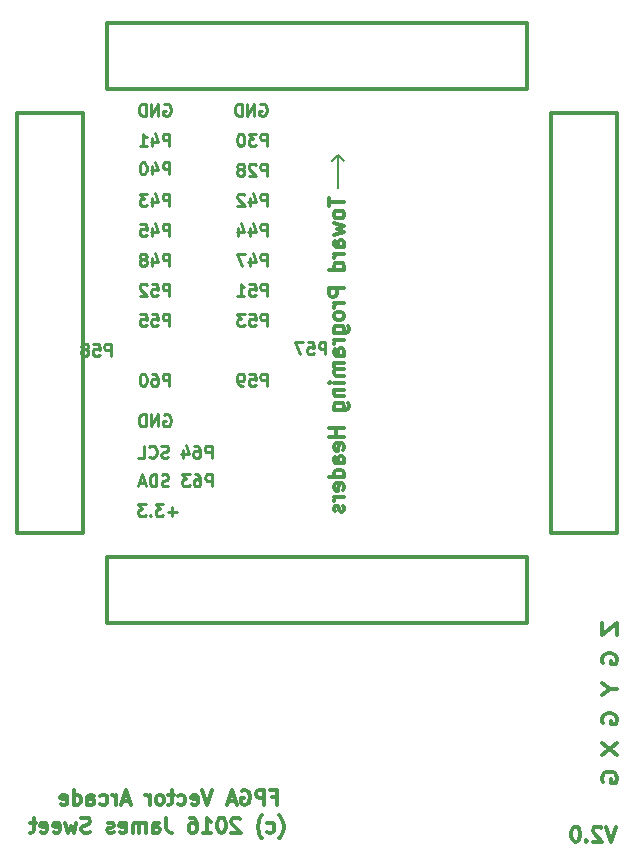
<source format=gbo>
G04 (created by PCBNEW (2013-07-07 BZR 4022)-stable) date 7/4/2017 7:52:43 PM*
%MOIN*%
G04 Gerber Fmt 3.4, Leading zero omitted, Abs format*
%FSLAX34Y34*%
G01*
G70*
G90*
G04 APERTURE LIST*
%ADD10C,0.00590551*%
%ADD11C,0.011811*%
%ADD12C,0.01*%
%ADD13C,0.0125*%
%ADD14C,0.00787402*%
%ADD15C,0.012*%
G04 APERTURE END LIST*
G54D10*
G54D11*
X67261Y-51202D02*
X67095Y-51702D01*
X66928Y-51202D01*
X66785Y-51250D02*
X66761Y-51226D01*
X66714Y-51202D01*
X66595Y-51202D01*
X66547Y-51226D01*
X66523Y-51250D01*
X66500Y-51297D01*
X66500Y-51345D01*
X66523Y-51416D01*
X66809Y-51702D01*
X66500Y-51702D01*
X66285Y-51654D02*
X66261Y-51678D01*
X66285Y-51702D01*
X66309Y-51678D01*
X66285Y-51654D01*
X66285Y-51702D01*
X65952Y-51202D02*
X65904Y-51202D01*
X65857Y-51226D01*
X65833Y-51250D01*
X65809Y-51297D01*
X65785Y-51392D01*
X65785Y-51511D01*
X65809Y-51607D01*
X65833Y-51654D01*
X65857Y-51678D01*
X65904Y-51702D01*
X65952Y-51702D01*
X66000Y-51678D01*
X66023Y-51654D01*
X66047Y-51607D01*
X66071Y-51511D01*
X66071Y-51392D01*
X66047Y-51297D01*
X66023Y-51250D01*
X66000Y-51226D01*
X65952Y-51202D01*
G54D12*
X55635Y-31511D02*
X55635Y-31111D01*
X55483Y-31111D01*
X55445Y-31130D01*
X55426Y-31150D01*
X55407Y-31188D01*
X55407Y-31245D01*
X55426Y-31283D01*
X55445Y-31302D01*
X55483Y-31321D01*
X55635Y-31321D01*
X55064Y-31245D02*
X55064Y-31511D01*
X55159Y-31092D02*
X55254Y-31378D01*
X55007Y-31378D01*
X54683Y-31245D02*
X54683Y-31511D01*
X54778Y-31092D02*
X54873Y-31378D01*
X54626Y-31378D01*
X55635Y-29511D02*
X55635Y-29111D01*
X55483Y-29111D01*
X55445Y-29130D01*
X55426Y-29150D01*
X55407Y-29188D01*
X55407Y-29245D01*
X55426Y-29283D01*
X55445Y-29302D01*
X55483Y-29321D01*
X55635Y-29321D01*
X55254Y-29150D02*
X55235Y-29130D01*
X55197Y-29111D01*
X55102Y-29111D01*
X55064Y-29130D01*
X55045Y-29150D01*
X55026Y-29188D01*
X55026Y-29226D01*
X55045Y-29283D01*
X55273Y-29511D01*
X55026Y-29511D01*
X54797Y-29283D02*
X54835Y-29264D01*
X54854Y-29245D01*
X54873Y-29207D01*
X54873Y-29188D01*
X54854Y-29150D01*
X54835Y-29130D01*
X54797Y-29111D01*
X54721Y-29111D01*
X54683Y-29130D01*
X54664Y-29150D01*
X54645Y-29188D01*
X54645Y-29207D01*
X54664Y-29245D01*
X54683Y-29264D01*
X54721Y-29283D01*
X54797Y-29283D01*
X54835Y-29302D01*
X54854Y-29321D01*
X54873Y-29359D01*
X54873Y-29435D01*
X54854Y-29473D01*
X54835Y-29492D01*
X54797Y-29511D01*
X54721Y-29511D01*
X54683Y-29492D01*
X54664Y-29473D01*
X54645Y-29435D01*
X54645Y-29359D01*
X54664Y-29321D01*
X54683Y-29302D01*
X54721Y-29283D01*
X52204Y-27130D02*
X52242Y-27111D01*
X52300Y-27111D01*
X52357Y-27130D01*
X52395Y-27169D01*
X52414Y-27207D01*
X52433Y-27283D01*
X52433Y-27340D01*
X52414Y-27416D01*
X52395Y-27454D01*
X52357Y-27492D01*
X52300Y-27511D01*
X52261Y-27511D01*
X52204Y-27492D01*
X52185Y-27473D01*
X52185Y-27340D01*
X52261Y-27340D01*
X52014Y-27511D02*
X52014Y-27111D01*
X51785Y-27511D01*
X51785Y-27111D01*
X51595Y-27511D02*
X51595Y-27111D01*
X51499Y-27111D01*
X51442Y-27130D01*
X51404Y-27169D01*
X51385Y-27207D01*
X51366Y-27283D01*
X51366Y-27340D01*
X51385Y-27416D01*
X51404Y-27454D01*
X51442Y-27492D01*
X51499Y-27511D01*
X51595Y-27511D01*
X55404Y-27130D02*
X55442Y-27111D01*
X55500Y-27111D01*
X55557Y-27130D01*
X55595Y-27169D01*
X55614Y-27207D01*
X55633Y-27283D01*
X55633Y-27340D01*
X55614Y-27416D01*
X55595Y-27454D01*
X55557Y-27492D01*
X55500Y-27511D01*
X55461Y-27511D01*
X55404Y-27492D01*
X55385Y-27473D01*
X55385Y-27340D01*
X55461Y-27340D01*
X55214Y-27511D02*
X55214Y-27111D01*
X54985Y-27511D01*
X54985Y-27111D01*
X54795Y-27511D02*
X54795Y-27111D01*
X54699Y-27111D01*
X54642Y-27130D01*
X54604Y-27169D01*
X54585Y-27207D01*
X54566Y-27283D01*
X54566Y-27340D01*
X54585Y-27416D01*
X54604Y-27454D01*
X54642Y-27492D01*
X54699Y-27511D01*
X54795Y-27511D01*
X57585Y-35461D02*
X57585Y-35061D01*
X57433Y-35061D01*
X57395Y-35080D01*
X57376Y-35100D01*
X57357Y-35138D01*
X57357Y-35195D01*
X57376Y-35233D01*
X57395Y-35252D01*
X57433Y-35271D01*
X57585Y-35271D01*
X56995Y-35061D02*
X57185Y-35061D01*
X57204Y-35252D01*
X57185Y-35233D01*
X57147Y-35214D01*
X57052Y-35214D01*
X57014Y-35233D01*
X56995Y-35252D01*
X56976Y-35290D01*
X56976Y-35385D01*
X56995Y-35423D01*
X57014Y-35442D01*
X57052Y-35461D01*
X57147Y-35461D01*
X57185Y-35442D01*
X57204Y-35423D01*
X56842Y-35061D02*
X56576Y-35061D01*
X56747Y-35461D01*
X55635Y-34511D02*
X55635Y-34111D01*
X55483Y-34111D01*
X55445Y-34130D01*
X55426Y-34150D01*
X55407Y-34188D01*
X55407Y-34245D01*
X55426Y-34283D01*
X55445Y-34302D01*
X55483Y-34321D01*
X55635Y-34321D01*
X55045Y-34111D02*
X55235Y-34111D01*
X55254Y-34302D01*
X55235Y-34283D01*
X55197Y-34264D01*
X55102Y-34264D01*
X55064Y-34283D01*
X55045Y-34302D01*
X55026Y-34340D01*
X55026Y-34435D01*
X55045Y-34473D01*
X55064Y-34492D01*
X55102Y-34511D01*
X55197Y-34511D01*
X55235Y-34492D01*
X55254Y-34473D01*
X54892Y-34111D02*
X54645Y-34111D01*
X54778Y-34264D01*
X54721Y-34264D01*
X54683Y-34283D01*
X54664Y-34302D01*
X54645Y-34340D01*
X54645Y-34435D01*
X54664Y-34473D01*
X54683Y-34492D01*
X54721Y-34511D01*
X54835Y-34511D01*
X54873Y-34492D01*
X54892Y-34473D01*
X55635Y-36511D02*
X55635Y-36111D01*
X55483Y-36111D01*
X55445Y-36130D01*
X55426Y-36150D01*
X55407Y-36188D01*
X55407Y-36245D01*
X55426Y-36283D01*
X55445Y-36302D01*
X55483Y-36321D01*
X55635Y-36321D01*
X55045Y-36111D02*
X55235Y-36111D01*
X55254Y-36302D01*
X55235Y-36283D01*
X55197Y-36264D01*
X55102Y-36264D01*
X55064Y-36283D01*
X55045Y-36302D01*
X55026Y-36340D01*
X55026Y-36435D01*
X55045Y-36473D01*
X55064Y-36492D01*
X55102Y-36511D01*
X55197Y-36511D01*
X55235Y-36492D01*
X55254Y-36473D01*
X54835Y-36511D02*
X54759Y-36511D01*
X54721Y-36492D01*
X54702Y-36473D01*
X54664Y-36416D01*
X54645Y-36340D01*
X54645Y-36188D01*
X54664Y-36150D01*
X54683Y-36130D01*
X54721Y-36111D01*
X54797Y-36111D01*
X54835Y-36130D01*
X54854Y-36150D01*
X54873Y-36188D01*
X54873Y-36283D01*
X54854Y-36321D01*
X54835Y-36340D01*
X54797Y-36359D01*
X54721Y-36359D01*
X54683Y-36340D01*
X54664Y-36321D01*
X54645Y-36283D01*
X55635Y-33511D02*
X55635Y-33111D01*
X55483Y-33111D01*
X55445Y-33130D01*
X55426Y-33150D01*
X55407Y-33188D01*
X55407Y-33245D01*
X55426Y-33283D01*
X55445Y-33302D01*
X55483Y-33321D01*
X55635Y-33321D01*
X55045Y-33111D02*
X55235Y-33111D01*
X55254Y-33302D01*
X55235Y-33283D01*
X55197Y-33264D01*
X55102Y-33264D01*
X55064Y-33283D01*
X55045Y-33302D01*
X55026Y-33340D01*
X55026Y-33435D01*
X55045Y-33473D01*
X55064Y-33492D01*
X55102Y-33511D01*
X55197Y-33511D01*
X55235Y-33492D01*
X55254Y-33473D01*
X54645Y-33511D02*
X54873Y-33511D01*
X54759Y-33511D02*
X54759Y-33111D01*
X54797Y-33169D01*
X54835Y-33207D01*
X54873Y-33226D01*
X55635Y-30511D02*
X55635Y-30111D01*
X55483Y-30111D01*
X55445Y-30130D01*
X55426Y-30150D01*
X55407Y-30188D01*
X55407Y-30245D01*
X55426Y-30283D01*
X55445Y-30302D01*
X55483Y-30321D01*
X55635Y-30321D01*
X55064Y-30245D02*
X55064Y-30511D01*
X55159Y-30092D02*
X55254Y-30378D01*
X55007Y-30378D01*
X54873Y-30150D02*
X54854Y-30130D01*
X54816Y-30111D01*
X54721Y-30111D01*
X54683Y-30130D01*
X54664Y-30150D01*
X54645Y-30188D01*
X54645Y-30226D01*
X54664Y-30283D01*
X54892Y-30511D01*
X54645Y-30511D01*
X55635Y-32511D02*
X55635Y-32111D01*
X55483Y-32111D01*
X55445Y-32130D01*
X55426Y-32150D01*
X55407Y-32188D01*
X55407Y-32245D01*
X55426Y-32283D01*
X55445Y-32302D01*
X55483Y-32321D01*
X55635Y-32321D01*
X55064Y-32245D02*
X55064Y-32511D01*
X55159Y-32092D02*
X55254Y-32378D01*
X55007Y-32378D01*
X54892Y-32111D02*
X54626Y-32111D01*
X54797Y-32511D01*
X52385Y-33511D02*
X52385Y-33111D01*
X52233Y-33111D01*
X52195Y-33130D01*
X52176Y-33150D01*
X52157Y-33188D01*
X52157Y-33245D01*
X52176Y-33283D01*
X52195Y-33302D01*
X52233Y-33321D01*
X52385Y-33321D01*
X51795Y-33111D02*
X51985Y-33111D01*
X52004Y-33302D01*
X51985Y-33283D01*
X51947Y-33264D01*
X51852Y-33264D01*
X51814Y-33283D01*
X51795Y-33302D01*
X51776Y-33340D01*
X51776Y-33435D01*
X51795Y-33473D01*
X51814Y-33492D01*
X51852Y-33511D01*
X51947Y-33511D01*
X51985Y-33492D01*
X52004Y-33473D01*
X51623Y-33150D02*
X51604Y-33130D01*
X51566Y-33111D01*
X51471Y-33111D01*
X51433Y-33130D01*
X51414Y-33150D01*
X51395Y-33188D01*
X51395Y-33226D01*
X51414Y-33283D01*
X51642Y-33511D01*
X51395Y-33511D01*
X52385Y-34511D02*
X52385Y-34111D01*
X52233Y-34111D01*
X52195Y-34130D01*
X52176Y-34150D01*
X52157Y-34188D01*
X52157Y-34245D01*
X52176Y-34283D01*
X52195Y-34302D01*
X52233Y-34321D01*
X52385Y-34321D01*
X51795Y-34111D02*
X51985Y-34111D01*
X52004Y-34302D01*
X51985Y-34283D01*
X51947Y-34264D01*
X51852Y-34264D01*
X51814Y-34283D01*
X51795Y-34302D01*
X51776Y-34340D01*
X51776Y-34435D01*
X51795Y-34473D01*
X51814Y-34492D01*
X51852Y-34511D01*
X51947Y-34511D01*
X51985Y-34492D01*
X52004Y-34473D01*
X51414Y-34111D02*
X51604Y-34111D01*
X51623Y-34302D01*
X51604Y-34283D01*
X51566Y-34264D01*
X51471Y-34264D01*
X51433Y-34283D01*
X51414Y-34302D01*
X51395Y-34340D01*
X51395Y-34435D01*
X51414Y-34473D01*
X51433Y-34492D01*
X51471Y-34511D01*
X51566Y-34511D01*
X51604Y-34492D01*
X51623Y-34473D01*
X52385Y-32511D02*
X52385Y-32111D01*
X52233Y-32111D01*
X52195Y-32130D01*
X52176Y-32150D01*
X52157Y-32188D01*
X52157Y-32245D01*
X52176Y-32283D01*
X52195Y-32302D01*
X52233Y-32321D01*
X52385Y-32321D01*
X51814Y-32245D02*
X51814Y-32511D01*
X51909Y-32092D02*
X52004Y-32378D01*
X51757Y-32378D01*
X51547Y-32283D02*
X51585Y-32264D01*
X51604Y-32245D01*
X51623Y-32207D01*
X51623Y-32188D01*
X51604Y-32150D01*
X51585Y-32130D01*
X51547Y-32111D01*
X51471Y-32111D01*
X51433Y-32130D01*
X51414Y-32150D01*
X51395Y-32188D01*
X51395Y-32207D01*
X51414Y-32245D01*
X51433Y-32264D01*
X51471Y-32283D01*
X51547Y-32283D01*
X51585Y-32302D01*
X51604Y-32321D01*
X51623Y-32359D01*
X51623Y-32435D01*
X51604Y-32473D01*
X51585Y-32492D01*
X51547Y-32511D01*
X51471Y-32511D01*
X51433Y-32492D01*
X51414Y-32473D01*
X51395Y-32435D01*
X51395Y-32359D01*
X51414Y-32321D01*
X51433Y-32302D01*
X51471Y-32283D01*
X52385Y-31511D02*
X52385Y-31111D01*
X52233Y-31111D01*
X52195Y-31130D01*
X52176Y-31150D01*
X52157Y-31188D01*
X52157Y-31245D01*
X52176Y-31283D01*
X52195Y-31302D01*
X52233Y-31321D01*
X52385Y-31321D01*
X51814Y-31245D02*
X51814Y-31511D01*
X51909Y-31092D02*
X52004Y-31378D01*
X51757Y-31378D01*
X51414Y-31111D02*
X51604Y-31111D01*
X51623Y-31302D01*
X51604Y-31283D01*
X51566Y-31264D01*
X51471Y-31264D01*
X51433Y-31283D01*
X51414Y-31302D01*
X51395Y-31340D01*
X51395Y-31435D01*
X51414Y-31473D01*
X51433Y-31492D01*
X51471Y-31511D01*
X51566Y-31511D01*
X51604Y-31492D01*
X51623Y-31473D01*
X55635Y-28511D02*
X55635Y-28111D01*
X55483Y-28111D01*
X55445Y-28130D01*
X55426Y-28150D01*
X55407Y-28188D01*
X55407Y-28245D01*
X55426Y-28283D01*
X55445Y-28302D01*
X55483Y-28321D01*
X55635Y-28321D01*
X55273Y-28111D02*
X55026Y-28111D01*
X55159Y-28264D01*
X55102Y-28264D01*
X55064Y-28283D01*
X55045Y-28302D01*
X55026Y-28340D01*
X55026Y-28435D01*
X55045Y-28473D01*
X55064Y-28492D01*
X55102Y-28511D01*
X55216Y-28511D01*
X55254Y-28492D01*
X55273Y-28473D01*
X54778Y-28111D02*
X54740Y-28111D01*
X54702Y-28130D01*
X54683Y-28150D01*
X54664Y-28188D01*
X54645Y-28264D01*
X54645Y-28359D01*
X54664Y-28435D01*
X54683Y-28473D01*
X54702Y-28492D01*
X54740Y-28511D01*
X54778Y-28511D01*
X54816Y-28492D01*
X54835Y-28473D01*
X54854Y-28435D01*
X54873Y-28359D01*
X54873Y-28264D01*
X54854Y-28188D01*
X54835Y-28150D01*
X54816Y-28130D01*
X54778Y-28111D01*
X52385Y-29461D02*
X52385Y-29061D01*
X52233Y-29061D01*
X52195Y-29080D01*
X52176Y-29100D01*
X52157Y-29138D01*
X52157Y-29195D01*
X52176Y-29233D01*
X52195Y-29252D01*
X52233Y-29271D01*
X52385Y-29271D01*
X51814Y-29195D02*
X51814Y-29461D01*
X51909Y-29042D02*
X52004Y-29328D01*
X51757Y-29328D01*
X51528Y-29061D02*
X51490Y-29061D01*
X51452Y-29080D01*
X51433Y-29100D01*
X51414Y-29138D01*
X51395Y-29214D01*
X51395Y-29309D01*
X51414Y-29385D01*
X51433Y-29423D01*
X51452Y-29442D01*
X51490Y-29461D01*
X51528Y-29461D01*
X51566Y-29442D01*
X51585Y-29423D01*
X51604Y-29385D01*
X51623Y-29309D01*
X51623Y-29214D01*
X51604Y-29138D01*
X51585Y-29100D01*
X51566Y-29080D01*
X51528Y-29061D01*
X52385Y-30511D02*
X52385Y-30111D01*
X52233Y-30111D01*
X52195Y-30130D01*
X52176Y-30150D01*
X52157Y-30188D01*
X52157Y-30245D01*
X52176Y-30283D01*
X52195Y-30302D01*
X52233Y-30321D01*
X52385Y-30321D01*
X51814Y-30245D02*
X51814Y-30511D01*
X51909Y-30092D02*
X52004Y-30378D01*
X51757Y-30378D01*
X51642Y-30111D02*
X51395Y-30111D01*
X51528Y-30264D01*
X51471Y-30264D01*
X51433Y-30283D01*
X51414Y-30302D01*
X51395Y-30340D01*
X51395Y-30435D01*
X51414Y-30473D01*
X51433Y-30492D01*
X51471Y-30511D01*
X51585Y-30511D01*
X51623Y-30492D01*
X51642Y-30473D01*
X50435Y-35511D02*
X50435Y-35111D01*
X50283Y-35111D01*
X50245Y-35130D01*
X50226Y-35150D01*
X50207Y-35188D01*
X50207Y-35245D01*
X50226Y-35283D01*
X50245Y-35302D01*
X50283Y-35321D01*
X50435Y-35321D01*
X49845Y-35111D02*
X50035Y-35111D01*
X50054Y-35302D01*
X50035Y-35283D01*
X49997Y-35264D01*
X49902Y-35264D01*
X49864Y-35283D01*
X49845Y-35302D01*
X49826Y-35340D01*
X49826Y-35435D01*
X49845Y-35473D01*
X49864Y-35492D01*
X49902Y-35511D01*
X49997Y-35511D01*
X50035Y-35492D01*
X50054Y-35473D01*
X49597Y-35283D02*
X49635Y-35264D01*
X49654Y-35245D01*
X49673Y-35207D01*
X49673Y-35188D01*
X49654Y-35150D01*
X49635Y-35130D01*
X49597Y-35111D01*
X49521Y-35111D01*
X49483Y-35130D01*
X49464Y-35150D01*
X49445Y-35188D01*
X49445Y-35207D01*
X49464Y-35245D01*
X49483Y-35264D01*
X49521Y-35283D01*
X49597Y-35283D01*
X49635Y-35302D01*
X49654Y-35321D01*
X49673Y-35359D01*
X49673Y-35435D01*
X49654Y-35473D01*
X49635Y-35492D01*
X49597Y-35511D01*
X49521Y-35511D01*
X49483Y-35492D01*
X49464Y-35473D01*
X49445Y-35435D01*
X49445Y-35359D01*
X49464Y-35321D01*
X49483Y-35302D01*
X49521Y-35283D01*
X52385Y-28511D02*
X52385Y-28111D01*
X52233Y-28111D01*
X52195Y-28130D01*
X52176Y-28150D01*
X52157Y-28188D01*
X52157Y-28245D01*
X52176Y-28283D01*
X52195Y-28302D01*
X52233Y-28321D01*
X52385Y-28321D01*
X51814Y-28245D02*
X51814Y-28511D01*
X51909Y-28092D02*
X52004Y-28378D01*
X51757Y-28378D01*
X51395Y-28511D02*
X51623Y-28511D01*
X51509Y-28511D02*
X51509Y-28111D01*
X51547Y-28169D01*
X51585Y-28207D01*
X51623Y-28226D01*
X52385Y-36511D02*
X52385Y-36111D01*
X52233Y-36111D01*
X52195Y-36130D01*
X52176Y-36150D01*
X52157Y-36188D01*
X52157Y-36245D01*
X52176Y-36283D01*
X52195Y-36302D01*
X52233Y-36321D01*
X52385Y-36321D01*
X51814Y-36111D02*
X51890Y-36111D01*
X51928Y-36130D01*
X51947Y-36150D01*
X51985Y-36207D01*
X52004Y-36283D01*
X52004Y-36435D01*
X51985Y-36473D01*
X51966Y-36492D01*
X51928Y-36511D01*
X51852Y-36511D01*
X51814Y-36492D01*
X51795Y-36473D01*
X51776Y-36435D01*
X51776Y-36340D01*
X51795Y-36302D01*
X51814Y-36283D01*
X51852Y-36264D01*
X51928Y-36264D01*
X51966Y-36283D01*
X51985Y-36302D01*
X52004Y-36340D01*
X51528Y-36111D02*
X51490Y-36111D01*
X51452Y-36130D01*
X51433Y-36150D01*
X51414Y-36188D01*
X51395Y-36264D01*
X51395Y-36359D01*
X51414Y-36435D01*
X51433Y-36473D01*
X51452Y-36492D01*
X51490Y-36511D01*
X51528Y-36511D01*
X51566Y-36492D01*
X51585Y-36473D01*
X51604Y-36435D01*
X51623Y-36359D01*
X51623Y-36264D01*
X51604Y-36188D01*
X51585Y-36150D01*
X51566Y-36130D01*
X51528Y-36111D01*
G54D13*
X66826Y-49707D02*
X66802Y-49650D01*
X66802Y-49564D01*
X66826Y-49478D01*
X66873Y-49421D01*
X66921Y-49392D01*
X67016Y-49364D01*
X67088Y-49364D01*
X67183Y-49392D01*
X67230Y-49421D01*
X67278Y-49478D01*
X67302Y-49564D01*
X67302Y-49621D01*
X67278Y-49707D01*
X67254Y-49735D01*
X67088Y-49735D01*
X67088Y-49621D01*
X66826Y-45757D02*
X66802Y-45700D01*
X66802Y-45614D01*
X66826Y-45528D01*
X66873Y-45471D01*
X66921Y-45442D01*
X67016Y-45414D01*
X67088Y-45414D01*
X67183Y-45442D01*
X67230Y-45471D01*
X67278Y-45528D01*
X67302Y-45614D01*
X67302Y-45671D01*
X67278Y-45757D01*
X67254Y-45785D01*
X67088Y-45785D01*
X67088Y-45671D01*
X57702Y-30238D02*
X57702Y-30523D01*
X58202Y-30380D02*
X57702Y-30380D01*
X58202Y-30761D02*
X58178Y-30714D01*
X58154Y-30690D01*
X58107Y-30666D01*
X57964Y-30666D01*
X57916Y-30690D01*
X57892Y-30714D01*
X57869Y-30761D01*
X57869Y-30833D01*
X57892Y-30880D01*
X57916Y-30904D01*
X57964Y-30928D01*
X58107Y-30928D01*
X58154Y-30904D01*
X58178Y-30880D01*
X58202Y-30833D01*
X58202Y-30761D01*
X57869Y-31095D02*
X58202Y-31190D01*
X57964Y-31285D01*
X58202Y-31380D01*
X57869Y-31476D01*
X58202Y-31880D02*
X57940Y-31880D01*
X57892Y-31857D01*
X57869Y-31809D01*
X57869Y-31714D01*
X57892Y-31666D01*
X58178Y-31880D02*
X58202Y-31833D01*
X58202Y-31714D01*
X58178Y-31666D01*
X58130Y-31642D01*
X58083Y-31642D01*
X58035Y-31666D01*
X58011Y-31714D01*
X58011Y-31833D01*
X57988Y-31880D01*
X58202Y-32119D02*
X57869Y-32119D01*
X57964Y-32119D02*
X57916Y-32142D01*
X57892Y-32166D01*
X57869Y-32214D01*
X57869Y-32261D01*
X58202Y-32642D02*
X57702Y-32642D01*
X58178Y-32642D02*
X58202Y-32595D01*
X58202Y-32500D01*
X58178Y-32452D01*
X58154Y-32428D01*
X58107Y-32404D01*
X57964Y-32404D01*
X57916Y-32428D01*
X57892Y-32452D01*
X57869Y-32500D01*
X57869Y-32595D01*
X57892Y-32642D01*
X58202Y-33261D02*
X57702Y-33261D01*
X57702Y-33452D01*
X57726Y-33500D01*
X57750Y-33523D01*
X57797Y-33547D01*
X57869Y-33547D01*
X57916Y-33523D01*
X57940Y-33500D01*
X57964Y-33452D01*
X57964Y-33261D01*
X58202Y-33761D02*
X57869Y-33761D01*
X57964Y-33761D02*
X57916Y-33785D01*
X57892Y-33809D01*
X57869Y-33857D01*
X57869Y-33904D01*
X58202Y-34142D02*
X58178Y-34095D01*
X58154Y-34071D01*
X58107Y-34047D01*
X57964Y-34047D01*
X57916Y-34071D01*
X57892Y-34095D01*
X57869Y-34142D01*
X57869Y-34214D01*
X57892Y-34261D01*
X57916Y-34285D01*
X57964Y-34309D01*
X58107Y-34309D01*
X58154Y-34285D01*
X58178Y-34261D01*
X58202Y-34214D01*
X58202Y-34142D01*
X57869Y-34738D02*
X58273Y-34738D01*
X58321Y-34714D01*
X58345Y-34690D01*
X58369Y-34642D01*
X58369Y-34571D01*
X58345Y-34523D01*
X58178Y-34738D02*
X58202Y-34690D01*
X58202Y-34595D01*
X58178Y-34547D01*
X58154Y-34523D01*
X58107Y-34500D01*
X57964Y-34500D01*
X57916Y-34523D01*
X57892Y-34547D01*
X57869Y-34595D01*
X57869Y-34690D01*
X57892Y-34738D01*
X58202Y-34976D02*
X57869Y-34976D01*
X57964Y-34976D02*
X57916Y-35000D01*
X57892Y-35023D01*
X57869Y-35071D01*
X57869Y-35119D01*
X58202Y-35500D02*
X57940Y-35500D01*
X57892Y-35476D01*
X57869Y-35428D01*
X57869Y-35333D01*
X57892Y-35285D01*
X58178Y-35500D02*
X58202Y-35452D01*
X58202Y-35333D01*
X58178Y-35285D01*
X58130Y-35261D01*
X58083Y-35261D01*
X58035Y-35285D01*
X58011Y-35333D01*
X58011Y-35452D01*
X57988Y-35500D01*
X58202Y-35738D02*
X57869Y-35738D01*
X57916Y-35738D02*
X57892Y-35761D01*
X57869Y-35809D01*
X57869Y-35880D01*
X57892Y-35928D01*
X57940Y-35952D01*
X58202Y-35952D01*
X57940Y-35952D02*
X57892Y-35976D01*
X57869Y-36023D01*
X57869Y-36095D01*
X57892Y-36142D01*
X57940Y-36166D01*
X58202Y-36166D01*
X58202Y-36404D02*
X57869Y-36404D01*
X57702Y-36404D02*
X57726Y-36380D01*
X57750Y-36404D01*
X57726Y-36428D01*
X57702Y-36404D01*
X57750Y-36404D01*
X57869Y-36642D02*
X58202Y-36642D01*
X57916Y-36642D02*
X57892Y-36666D01*
X57869Y-36714D01*
X57869Y-36785D01*
X57892Y-36833D01*
X57940Y-36857D01*
X58202Y-36857D01*
X57869Y-37309D02*
X58273Y-37309D01*
X58321Y-37285D01*
X58345Y-37261D01*
X58369Y-37214D01*
X58369Y-37142D01*
X58345Y-37095D01*
X58178Y-37309D02*
X58202Y-37261D01*
X58202Y-37166D01*
X58178Y-37119D01*
X58154Y-37095D01*
X58107Y-37071D01*
X57964Y-37071D01*
X57916Y-37095D01*
X57892Y-37119D01*
X57869Y-37166D01*
X57869Y-37261D01*
X57892Y-37309D01*
X58202Y-37928D02*
X57702Y-37928D01*
X57940Y-37928D02*
X57940Y-38214D01*
X58202Y-38214D02*
X57702Y-38214D01*
X58178Y-38642D02*
X58202Y-38595D01*
X58202Y-38500D01*
X58178Y-38452D01*
X58130Y-38428D01*
X57940Y-38428D01*
X57892Y-38452D01*
X57869Y-38500D01*
X57869Y-38595D01*
X57892Y-38642D01*
X57940Y-38666D01*
X57988Y-38666D01*
X58035Y-38428D01*
X58202Y-39095D02*
X57940Y-39095D01*
X57892Y-39071D01*
X57869Y-39023D01*
X57869Y-38928D01*
X57892Y-38880D01*
X58178Y-39095D02*
X58202Y-39047D01*
X58202Y-38928D01*
X58178Y-38880D01*
X58130Y-38857D01*
X58083Y-38857D01*
X58035Y-38880D01*
X58011Y-38928D01*
X58011Y-39047D01*
X57988Y-39095D01*
X58202Y-39547D02*
X57702Y-39547D01*
X58178Y-39547D02*
X58202Y-39500D01*
X58202Y-39404D01*
X58178Y-39357D01*
X58154Y-39333D01*
X58107Y-39309D01*
X57964Y-39309D01*
X57916Y-39333D01*
X57892Y-39357D01*
X57869Y-39404D01*
X57869Y-39500D01*
X57892Y-39547D01*
X58178Y-39976D02*
X58202Y-39928D01*
X58202Y-39833D01*
X58178Y-39785D01*
X58130Y-39761D01*
X57940Y-39761D01*
X57892Y-39785D01*
X57869Y-39833D01*
X57869Y-39928D01*
X57892Y-39976D01*
X57940Y-40000D01*
X57988Y-40000D01*
X58035Y-39761D01*
X58202Y-40214D02*
X57869Y-40214D01*
X57964Y-40214D02*
X57916Y-40238D01*
X57892Y-40261D01*
X57869Y-40309D01*
X57869Y-40357D01*
X58178Y-40500D02*
X58202Y-40547D01*
X58202Y-40642D01*
X58178Y-40690D01*
X58130Y-40714D01*
X58107Y-40714D01*
X58059Y-40690D01*
X58035Y-40642D01*
X58035Y-40571D01*
X58011Y-40523D01*
X57964Y-40500D01*
X57940Y-40500D01*
X57892Y-40523D01*
X57869Y-40571D01*
X57869Y-40642D01*
X57892Y-40690D01*
G54D14*
X58000Y-28800D02*
X57800Y-29000D01*
X58000Y-28800D02*
X58200Y-29000D01*
X58000Y-28800D02*
X58000Y-29900D01*
G54D13*
X55815Y-50215D02*
X55982Y-50215D01*
X55982Y-50477D02*
X55982Y-49977D01*
X55744Y-49977D01*
X55553Y-50477D02*
X55553Y-49977D01*
X55363Y-49977D01*
X55315Y-50001D01*
X55291Y-50025D01*
X55267Y-50072D01*
X55267Y-50144D01*
X55291Y-50191D01*
X55315Y-50215D01*
X55363Y-50239D01*
X55553Y-50239D01*
X54791Y-50001D02*
X54839Y-49977D01*
X54910Y-49977D01*
X54982Y-50001D01*
X55029Y-50048D01*
X55053Y-50096D01*
X55077Y-50191D01*
X55077Y-50263D01*
X55053Y-50358D01*
X55029Y-50405D01*
X54982Y-50453D01*
X54910Y-50477D01*
X54863Y-50477D01*
X54791Y-50453D01*
X54767Y-50429D01*
X54767Y-50263D01*
X54863Y-50263D01*
X54577Y-50334D02*
X54339Y-50334D01*
X54624Y-50477D02*
X54458Y-49977D01*
X54291Y-50477D01*
X53815Y-49977D02*
X53648Y-50477D01*
X53482Y-49977D01*
X53125Y-50453D02*
X53172Y-50477D01*
X53267Y-50477D01*
X53315Y-50453D01*
X53339Y-50405D01*
X53339Y-50215D01*
X53315Y-50167D01*
X53267Y-50144D01*
X53172Y-50144D01*
X53125Y-50167D01*
X53101Y-50215D01*
X53101Y-50263D01*
X53339Y-50310D01*
X52672Y-50453D02*
X52720Y-50477D01*
X52815Y-50477D01*
X52863Y-50453D01*
X52886Y-50429D01*
X52910Y-50382D01*
X52910Y-50239D01*
X52886Y-50191D01*
X52863Y-50167D01*
X52815Y-50144D01*
X52720Y-50144D01*
X52672Y-50167D01*
X52529Y-50144D02*
X52339Y-50144D01*
X52458Y-49977D02*
X52458Y-50405D01*
X52434Y-50453D01*
X52386Y-50477D01*
X52339Y-50477D01*
X52101Y-50477D02*
X52148Y-50453D01*
X52172Y-50429D01*
X52196Y-50382D01*
X52196Y-50239D01*
X52172Y-50191D01*
X52148Y-50167D01*
X52101Y-50144D01*
X52029Y-50144D01*
X51982Y-50167D01*
X51958Y-50191D01*
X51934Y-50239D01*
X51934Y-50382D01*
X51958Y-50429D01*
X51982Y-50453D01*
X52029Y-50477D01*
X52101Y-50477D01*
X51720Y-50477D02*
X51720Y-50144D01*
X51720Y-50239D02*
X51696Y-50191D01*
X51672Y-50167D01*
X51625Y-50144D01*
X51577Y-50144D01*
X51053Y-50334D02*
X50815Y-50334D01*
X51101Y-50477D02*
X50934Y-49977D01*
X50767Y-50477D01*
X50601Y-50477D02*
X50601Y-50144D01*
X50601Y-50239D02*
X50577Y-50191D01*
X50553Y-50167D01*
X50505Y-50144D01*
X50458Y-50144D01*
X50077Y-50453D02*
X50125Y-50477D01*
X50220Y-50477D01*
X50267Y-50453D01*
X50291Y-50429D01*
X50315Y-50382D01*
X50315Y-50239D01*
X50291Y-50191D01*
X50267Y-50167D01*
X50220Y-50144D01*
X50125Y-50144D01*
X50077Y-50167D01*
X49648Y-50477D02*
X49648Y-50215D01*
X49672Y-50167D01*
X49720Y-50144D01*
X49815Y-50144D01*
X49863Y-50167D01*
X49648Y-50453D02*
X49696Y-50477D01*
X49815Y-50477D01*
X49863Y-50453D01*
X49886Y-50405D01*
X49886Y-50358D01*
X49863Y-50310D01*
X49815Y-50286D01*
X49696Y-50286D01*
X49648Y-50263D01*
X49196Y-50477D02*
X49196Y-49977D01*
X49196Y-50453D02*
X49244Y-50477D01*
X49339Y-50477D01*
X49386Y-50453D01*
X49410Y-50429D01*
X49434Y-50382D01*
X49434Y-50239D01*
X49410Y-50191D01*
X49386Y-50167D01*
X49339Y-50144D01*
X49244Y-50144D01*
X49196Y-50167D01*
X48767Y-50453D02*
X48815Y-50477D01*
X48910Y-50477D01*
X48958Y-50453D01*
X48982Y-50405D01*
X48982Y-50215D01*
X48958Y-50167D01*
X48910Y-50144D01*
X48815Y-50144D01*
X48767Y-50167D01*
X48744Y-50215D01*
X48744Y-50263D01*
X48982Y-50310D01*
X66802Y-44400D02*
X66802Y-44800D01*
X67302Y-44400D01*
X67302Y-44800D01*
X67064Y-46600D02*
X67302Y-46600D01*
X66802Y-46400D02*
X67064Y-46600D01*
X66802Y-46800D01*
X66802Y-48400D02*
X67302Y-48800D01*
X66802Y-48800D02*
X67302Y-48400D01*
X66826Y-47757D02*
X66802Y-47700D01*
X66802Y-47614D01*
X66826Y-47528D01*
X66873Y-47471D01*
X66921Y-47442D01*
X67016Y-47414D01*
X67088Y-47414D01*
X67183Y-47442D01*
X67230Y-47471D01*
X67278Y-47528D01*
X67302Y-47614D01*
X67302Y-47671D01*
X67278Y-47757D01*
X67254Y-47785D01*
X67088Y-47785D01*
X67088Y-47671D01*
X56047Y-51592D02*
X56071Y-51569D01*
X56119Y-51497D01*
X56142Y-51450D01*
X56166Y-51378D01*
X56190Y-51259D01*
X56190Y-51164D01*
X56166Y-51045D01*
X56142Y-50973D01*
X56119Y-50926D01*
X56071Y-50854D01*
X56047Y-50830D01*
X55642Y-51378D02*
X55690Y-51402D01*
X55785Y-51402D01*
X55833Y-51378D01*
X55857Y-51354D01*
X55880Y-51307D01*
X55880Y-51164D01*
X55857Y-51116D01*
X55833Y-51092D01*
X55785Y-51069D01*
X55690Y-51069D01*
X55642Y-51092D01*
X55476Y-51592D02*
X55452Y-51569D01*
X55404Y-51497D01*
X55380Y-51450D01*
X55357Y-51378D01*
X55333Y-51259D01*
X55333Y-51164D01*
X55357Y-51045D01*
X55380Y-50973D01*
X55404Y-50926D01*
X55452Y-50854D01*
X55476Y-50830D01*
X54738Y-50950D02*
X54714Y-50926D01*
X54666Y-50902D01*
X54547Y-50902D01*
X54499Y-50926D01*
X54476Y-50950D01*
X54452Y-50997D01*
X54452Y-51045D01*
X54476Y-51116D01*
X54761Y-51402D01*
X54452Y-51402D01*
X54142Y-50902D02*
X54095Y-50902D01*
X54047Y-50926D01*
X54023Y-50950D01*
X53999Y-50997D01*
X53976Y-51092D01*
X53976Y-51211D01*
X53999Y-51307D01*
X54023Y-51354D01*
X54047Y-51378D01*
X54095Y-51402D01*
X54142Y-51402D01*
X54190Y-51378D01*
X54214Y-51354D01*
X54238Y-51307D01*
X54261Y-51211D01*
X54261Y-51092D01*
X54238Y-50997D01*
X54214Y-50950D01*
X54190Y-50926D01*
X54142Y-50902D01*
X53499Y-51402D02*
X53785Y-51402D01*
X53642Y-51402D02*
X53642Y-50902D01*
X53690Y-50973D01*
X53738Y-51021D01*
X53785Y-51045D01*
X53071Y-50902D02*
X53166Y-50902D01*
X53214Y-50926D01*
X53238Y-50950D01*
X53285Y-51021D01*
X53309Y-51116D01*
X53309Y-51307D01*
X53285Y-51354D01*
X53261Y-51378D01*
X53214Y-51402D01*
X53119Y-51402D01*
X53071Y-51378D01*
X53047Y-51354D01*
X53023Y-51307D01*
X53023Y-51188D01*
X53047Y-51140D01*
X53071Y-51116D01*
X53119Y-51092D01*
X53214Y-51092D01*
X53261Y-51116D01*
X53285Y-51140D01*
X53309Y-51188D01*
X52285Y-50902D02*
X52285Y-51259D01*
X52309Y-51330D01*
X52357Y-51378D01*
X52428Y-51402D01*
X52476Y-51402D01*
X51833Y-51402D02*
X51833Y-51140D01*
X51857Y-51092D01*
X51904Y-51069D01*
X51999Y-51069D01*
X52047Y-51092D01*
X51833Y-51378D02*
X51880Y-51402D01*
X51999Y-51402D01*
X52047Y-51378D01*
X52071Y-51330D01*
X52071Y-51283D01*
X52047Y-51235D01*
X51999Y-51211D01*
X51880Y-51211D01*
X51833Y-51188D01*
X51595Y-51402D02*
X51595Y-51069D01*
X51595Y-51116D02*
X51571Y-51092D01*
X51523Y-51069D01*
X51452Y-51069D01*
X51404Y-51092D01*
X51380Y-51140D01*
X51380Y-51402D01*
X51380Y-51140D02*
X51357Y-51092D01*
X51309Y-51069D01*
X51238Y-51069D01*
X51190Y-51092D01*
X51166Y-51140D01*
X51166Y-51402D01*
X50738Y-51378D02*
X50785Y-51402D01*
X50880Y-51402D01*
X50928Y-51378D01*
X50952Y-51330D01*
X50952Y-51140D01*
X50928Y-51092D01*
X50880Y-51069D01*
X50785Y-51069D01*
X50738Y-51092D01*
X50714Y-51140D01*
X50714Y-51188D01*
X50952Y-51235D01*
X50523Y-51378D02*
X50476Y-51402D01*
X50380Y-51402D01*
X50333Y-51378D01*
X50309Y-51330D01*
X50309Y-51307D01*
X50333Y-51259D01*
X50380Y-51235D01*
X50452Y-51235D01*
X50499Y-51211D01*
X50523Y-51164D01*
X50523Y-51140D01*
X50499Y-51092D01*
X50452Y-51069D01*
X50380Y-51069D01*
X50333Y-51092D01*
X49738Y-51378D02*
X49666Y-51402D01*
X49547Y-51402D01*
X49499Y-51378D01*
X49476Y-51354D01*
X49452Y-51307D01*
X49452Y-51259D01*
X49476Y-51211D01*
X49499Y-51188D01*
X49547Y-51164D01*
X49642Y-51140D01*
X49690Y-51116D01*
X49714Y-51092D01*
X49738Y-51045D01*
X49738Y-50997D01*
X49714Y-50950D01*
X49690Y-50926D01*
X49642Y-50902D01*
X49523Y-50902D01*
X49452Y-50926D01*
X49285Y-51069D02*
X49190Y-51402D01*
X49095Y-51164D01*
X48999Y-51402D01*
X48904Y-51069D01*
X48523Y-51378D02*
X48571Y-51402D01*
X48666Y-51402D01*
X48714Y-51378D01*
X48738Y-51330D01*
X48738Y-51140D01*
X48714Y-51092D01*
X48666Y-51069D01*
X48571Y-51069D01*
X48523Y-51092D01*
X48499Y-51140D01*
X48499Y-51188D01*
X48738Y-51235D01*
X48095Y-51378D02*
X48142Y-51402D01*
X48238Y-51402D01*
X48285Y-51378D01*
X48309Y-51330D01*
X48309Y-51140D01*
X48285Y-51092D01*
X48238Y-51069D01*
X48142Y-51069D01*
X48095Y-51092D01*
X48071Y-51140D01*
X48071Y-51188D01*
X48309Y-51235D01*
X47928Y-51069D02*
X47738Y-51069D01*
X47857Y-50902D02*
X47857Y-51330D01*
X47833Y-51378D01*
X47785Y-51402D01*
X47738Y-51402D01*
G54D12*
X52204Y-37480D02*
X52242Y-37461D01*
X52300Y-37461D01*
X52357Y-37480D01*
X52395Y-37519D01*
X52414Y-37557D01*
X52433Y-37633D01*
X52433Y-37690D01*
X52414Y-37766D01*
X52395Y-37804D01*
X52357Y-37842D01*
X52300Y-37861D01*
X52261Y-37861D01*
X52204Y-37842D01*
X52185Y-37823D01*
X52185Y-37690D01*
X52261Y-37690D01*
X52014Y-37861D02*
X52014Y-37461D01*
X51785Y-37861D01*
X51785Y-37461D01*
X51595Y-37861D02*
X51595Y-37461D01*
X51499Y-37461D01*
X51442Y-37480D01*
X51404Y-37519D01*
X51385Y-37557D01*
X51366Y-37633D01*
X51366Y-37690D01*
X51385Y-37766D01*
X51404Y-37804D01*
X51442Y-37842D01*
X51499Y-37861D01*
X51595Y-37861D01*
X53799Y-39861D02*
X53799Y-39461D01*
X53647Y-39461D01*
X53609Y-39480D01*
X53590Y-39500D01*
X53571Y-39538D01*
X53571Y-39595D01*
X53590Y-39633D01*
X53609Y-39652D01*
X53647Y-39671D01*
X53799Y-39671D01*
X53228Y-39461D02*
X53304Y-39461D01*
X53342Y-39480D01*
X53361Y-39500D01*
X53399Y-39557D01*
X53419Y-39633D01*
X53419Y-39785D01*
X53399Y-39823D01*
X53380Y-39842D01*
X53342Y-39861D01*
X53266Y-39861D01*
X53228Y-39842D01*
X53209Y-39823D01*
X53190Y-39785D01*
X53190Y-39690D01*
X53209Y-39652D01*
X53228Y-39633D01*
X53266Y-39614D01*
X53342Y-39614D01*
X53380Y-39633D01*
X53399Y-39652D01*
X53419Y-39690D01*
X53057Y-39461D02*
X52809Y-39461D01*
X52942Y-39614D01*
X52885Y-39614D01*
X52847Y-39633D01*
X52828Y-39652D01*
X52809Y-39690D01*
X52809Y-39785D01*
X52828Y-39823D01*
X52847Y-39842D01*
X52885Y-39861D01*
X52999Y-39861D01*
X53038Y-39842D01*
X53057Y-39823D01*
X52352Y-39842D02*
X52295Y-39861D01*
X52200Y-39861D01*
X52161Y-39842D01*
X52142Y-39823D01*
X52123Y-39785D01*
X52123Y-39747D01*
X52142Y-39709D01*
X52161Y-39690D01*
X52200Y-39671D01*
X52276Y-39652D01*
X52314Y-39633D01*
X52333Y-39614D01*
X52352Y-39576D01*
X52352Y-39538D01*
X52333Y-39500D01*
X52314Y-39480D01*
X52276Y-39461D01*
X52180Y-39461D01*
X52123Y-39480D01*
X51952Y-39861D02*
X51952Y-39461D01*
X51857Y-39461D01*
X51800Y-39480D01*
X51761Y-39519D01*
X51742Y-39557D01*
X51723Y-39633D01*
X51723Y-39690D01*
X51742Y-39766D01*
X51761Y-39804D01*
X51800Y-39842D01*
X51857Y-39861D01*
X51952Y-39861D01*
X51571Y-39747D02*
X51380Y-39747D01*
X51609Y-39861D02*
X51476Y-39461D01*
X51342Y-39861D01*
X53790Y-38911D02*
X53790Y-38511D01*
X53638Y-38511D01*
X53600Y-38530D01*
X53580Y-38550D01*
X53561Y-38588D01*
X53561Y-38645D01*
X53580Y-38683D01*
X53600Y-38702D01*
X53638Y-38721D01*
X53790Y-38721D01*
X53219Y-38511D02*
X53295Y-38511D01*
X53333Y-38530D01*
X53352Y-38550D01*
X53390Y-38607D01*
X53409Y-38683D01*
X53409Y-38835D01*
X53390Y-38873D01*
X53371Y-38892D01*
X53333Y-38911D01*
X53257Y-38911D01*
X53219Y-38892D01*
X53200Y-38873D01*
X53180Y-38835D01*
X53180Y-38740D01*
X53200Y-38702D01*
X53219Y-38683D01*
X53257Y-38664D01*
X53333Y-38664D01*
X53371Y-38683D01*
X53390Y-38702D01*
X53409Y-38740D01*
X52838Y-38645D02*
X52838Y-38911D01*
X52933Y-38492D02*
X53028Y-38778D01*
X52780Y-38778D01*
X52342Y-38892D02*
X52285Y-38911D01*
X52190Y-38911D01*
X52152Y-38892D01*
X52133Y-38873D01*
X52114Y-38835D01*
X52114Y-38797D01*
X52133Y-38759D01*
X52152Y-38740D01*
X52190Y-38721D01*
X52266Y-38702D01*
X52304Y-38683D01*
X52323Y-38664D01*
X52342Y-38626D01*
X52342Y-38588D01*
X52323Y-38550D01*
X52304Y-38530D01*
X52266Y-38511D01*
X52171Y-38511D01*
X52114Y-38530D01*
X51714Y-38873D02*
X51733Y-38892D01*
X51790Y-38911D01*
X51828Y-38911D01*
X51885Y-38892D01*
X51923Y-38854D01*
X51942Y-38816D01*
X51961Y-38740D01*
X51961Y-38683D01*
X51942Y-38607D01*
X51923Y-38569D01*
X51885Y-38530D01*
X51828Y-38511D01*
X51790Y-38511D01*
X51733Y-38530D01*
X51714Y-38550D01*
X51352Y-38911D02*
X51542Y-38911D01*
X51542Y-38511D01*
X52628Y-40709D02*
X52323Y-40709D01*
X52476Y-40861D02*
X52476Y-40557D01*
X52171Y-40461D02*
X51923Y-40461D01*
X52057Y-40614D01*
X52000Y-40614D01*
X51961Y-40633D01*
X51942Y-40652D01*
X51923Y-40690D01*
X51923Y-40785D01*
X51942Y-40823D01*
X51961Y-40842D01*
X52000Y-40861D01*
X52114Y-40861D01*
X52152Y-40842D01*
X52171Y-40823D01*
X51752Y-40823D02*
X51733Y-40842D01*
X51752Y-40861D01*
X51771Y-40842D01*
X51752Y-40823D01*
X51752Y-40861D01*
X51599Y-40461D02*
X51352Y-40461D01*
X51485Y-40614D01*
X51428Y-40614D01*
X51390Y-40633D01*
X51371Y-40652D01*
X51352Y-40690D01*
X51352Y-40785D01*
X51371Y-40823D01*
X51390Y-40842D01*
X51428Y-40861D01*
X51542Y-40861D01*
X51580Y-40842D01*
X51599Y-40823D01*
G54D15*
X49500Y-27400D02*
X47300Y-27400D01*
X49500Y-41400D02*
X47300Y-41400D01*
X49500Y-41400D02*
X49500Y-27400D01*
X47300Y-41400D02*
X47300Y-27400D01*
X67300Y-27400D02*
X67300Y-41400D01*
X65100Y-27400D02*
X65100Y-41400D01*
X65100Y-27400D02*
X67300Y-27400D01*
X65100Y-41400D02*
X67300Y-41400D01*
X64300Y-26600D02*
X64300Y-24400D01*
X50300Y-26600D02*
X50300Y-24400D01*
X50300Y-26600D02*
X64300Y-26600D01*
X50300Y-24400D02*
X64300Y-24400D01*
X64300Y-44400D02*
X50300Y-44400D01*
X64300Y-42200D02*
X50300Y-42200D01*
X64300Y-42200D02*
X64300Y-44400D01*
X50300Y-42200D02*
X50300Y-44400D01*
M02*

</source>
